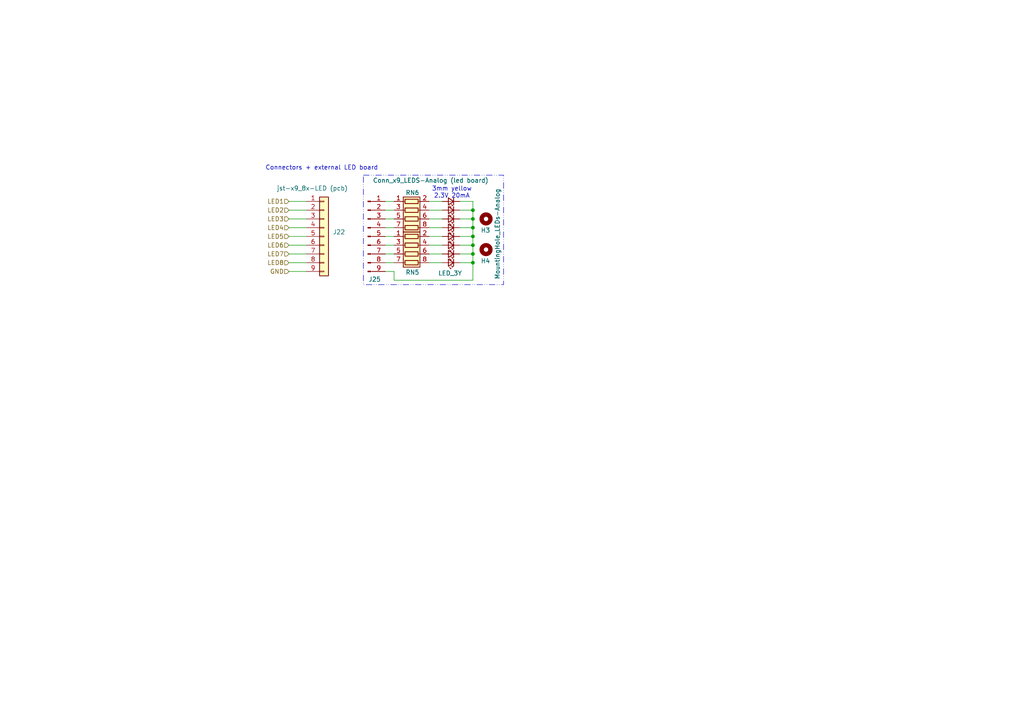
<source format=kicad_sch>
(kicad_sch (version 20231120) (generator "eeschema") (generator_version "8.0")
  (paper "A4")
  (lib_symbols
    (symbol "Connector:Conn_01x09_Pin" (pin_names (offset 1.016) hide)
      (property "Reference" "J" (at 0 12.7 0))
      (property "Value" "Conn_01x09_Pin" (at 0 -12.7 0))
      (symbol "Conn_01x09_Pin_1_1"
        (polyline (pts (xy 1.27 -10.16) (xy 0.8636 -10.16)) (stroke (width 0.1524)))
        (polyline (pts (xy 1.27 -7.62) (xy 0.8636 -7.62)) (stroke (width 0.1524)))
        (polyline (pts (xy 1.27 -5.08) (xy 0.8636 -5.08)) (stroke (width 0.1524)))
        (polyline (pts (xy 1.27 -2.54) (xy 0.8636 -2.54)) (stroke (width 0.1524)))
        (polyline (pts (xy 1.27 0) (xy 0.8636 0)) (stroke (width 0.1524)))
        (polyline (pts (xy 1.27 2.54) (xy 0.8636 2.54)) (stroke (width 0.1524)))
        (polyline (pts (xy 1.27 5.08) (xy 0.8636 5.08)) (stroke (width 0.1524)))
        (polyline (pts (xy 1.27 7.62) (xy 0.8636 7.62)) (stroke (width 0.1524)))
        (polyline (pts (xy 1.27 10.16) (xy 0.8636 10.16)) (stroke (width 0.1524)))
        (rectangle (start 0.8636 -10.033) (end 0 -10.287) (stroke (width 0.1524)) (fill (type outline)))
        (rectangle (start 0.8636 -7.493) (end 0 -7.747) (stroke (width 0.1524)) (fill (type outline)))
        (rectangle (start 0.8636 -4.953) (end 0 -5.207) (stroke (width 0.1524)) (fill (type outline)))
        (rectangle (start 0.8636 -2.413) (end 0 -2.667) (stroke (width 0.1524)) (fill (type outline)))
        (rectangle (start 0.8636 0.127) (end 0 -0.127) (stroke (width 0.1524)) (fill (type outline)))
        (rectangle (start 0.8636 2.667) (end 0 2.413) (stroke (width 0.1524)) (fill (type outline)))
        (rectangle (start 0.8636 5.207) (end 0 4.953) (stroke (width 0.1524)) (fill (type outline)))
        (rectangle (start 0.8636 7.747) (end 0 7.493) (stroke (width 0.1524)) (fill (type outline)))
        (rectangle (start 0.8636 10.287) (end 0 10.033) (stroke (width 0.1524)) (fill (type outline)))
        (pin passive line (at 5.08 10.16 180) (length 3.81) (name "Pin_1") (number "1"))
        (pin passive line (at 5.08 7.62 180) (length 3.81) (name "Pin_2") (number "2"))
        (pin passive line (at 5.08 5.08 180) (length 3.81) (name "Pin_3") (number "3"))
        (pin passive line (at 5.08 2.54 180) (length 3.81) (name "Pin_4") (number "4"))
        (pin passive line (at 5.08 0 180) (length 3.81) (name "Pin_5") (number "5"))
        (pin passive line (at 5.08 -2.54 180) (length 3.81) (name "Pin_6") (number "6"))
        (pin passive line (at 5.08 -5.08 180) (length 3.81) (name "Pin_7") (number "7"))
        (pin passive line (at 5.08 -7.62 180) (length 3.81) (name "Pin_8") (number "8"))
        (pin passive line (at 5.08 -10.16 180) (length 3.81) (name "Pin_9") (number "9"))
      )
    )
    (symbol "Connector_Generic:Conn_01x09" (pin_names (offset 1.016) hide)
      (property "Reference" "J" (at 0 12.7 0))
      (property "Value" "Conn_01x09" (at 0 -12.7 0))
      (symbol "Conn_01x09_1_1"
        (rectangle (start -1.27 -10.033) (end 0 -10.287) (stroke (width 0.1524)))
        (rectangle (start -1.27 -7.493) (end 0 -7.747) (stroke (width 0.1524)))
        (rectangle (start -1.27 -4.953) (end 0 -5.207) (stroke (width 0.1524)))
        (rectangle (start -1.27 -2.413) (end 0 -2.667) (stroke (width 0.1524)))
        (rectangle (start -1.27 0.127) (end 0 -0.127) (stroke (width 0.1524)))
        (rectangle (start -1.27 2.667) (end 0 2.413) (stroke (width 0.1524)))
        (rectangle (start -1.27 5.207) (end 0 4.953) (stroke (width 0.1524)))
        (rectangle (start -1.27 7.747) (end 0 7.493) (stroke (width 0.1524)))
        (rectangle (start -1.27 10.287) (end 0 10.033) (stroke (width 0.1524)))
        (rectangle (start -1.27 11.43) (end 1.27 -11.43) (stroke (width 0.254)) (fill (type background)))
        (pin passive line (at -5.08 10.16 0) (length 3.81) (name "Pin_1") (number "1"))
        (pin passive line (at -5.08 7.62 0) (length 3.81) (name "Pin_2") (number "2"))
        (pin passive line (at -5.08 5.08 0) (length 3.81) (name "Pin_3") (number "3"))
        (pin passive line (at -5.08 2.54 0) (length 3.81) (name "Pin_4") (number "4"))
        (pin passive line (at -5.08 0 0) (length 3.81) (name "Pin_5") (number "5"))
        (pin passive line (at -5.08 -2.54 0) (length 3.81) (name "Pin_6") (number "6"))
        (pin passive line (at -5.08 -5.08 0) (length 3.81) (name "Pin_7") (number "7"))
        (pin passive line (at -5.08 -7.62 0) (length 3.81) (name "Pin_8") (number "8"))
        (pin passive line (at -5.08 -10.16 0) (length 3.81) (name "Pin_9") (number "9"))
      )
    )
    (symbol "Device:LED_Small" (pin_numbers hide) (pin_names (offset 0.254) hide)
      (property "Reference" "D" (at -1.27 3.175 0))
      (property "Value" "LED_Small" (at -4.445 -2.54 0))
      (symbol "LED_Small_0_1"
        (polyline (pts (xy -0.762 -1.016) (xy -0.762 1.016)) (stroke (width 0.254)))
        (polyline (pts (xy 1.016 0) (xy -0.762 0)))
        (polyline (pts (xy 0.762 -1.016) (xy -0.762 0) (xy 0.762 1.016) (xy 0.762 -1.016)) (stroke (width 0.254)))
        (polyline (pts (xy 0 0.762) (xy -0.508 1.27) (xy -0.254 1.27) (xy -0.508 1.27) (xy -0.508 1.016)))
        (polyline (pts (xy 0.508 1.27) (xy 0 1.778) (xy 0.254 1.778) (xy 0 1.778) (xy 0 1.524)))
      )
      (symbol "LED_Small_1_1"
        (pin passive line (at -2.54 0 0) (length 1.778) (name "K") (number "1"))
        (pin passive line (at 2.54 0 180) (length 1.778) (name "A") (number "2"))
      )
    )
    (symbol "Mechanical:MountingHole" (pin_names (offset 1.016)) (exclude_from_sim yes) (in_bom no)
      (property "Reference" "H" (at 0 5.08 0))
      (property "Value" "MountingHole" (at 0 3.175 0))
      (symbol "MountingHole_0_1"
        (circle (center 0 0) (radius 1.27) (stroke (width 1.27)))
      )
    )
    (symbol "custom-symbols:R_Pack04-Parallel-SIL" (pin_names (offset 0) hide)
      (property "Reference" "RN" (at -7.62 0 90))
      (property "Value" "R_Pack04-Parallel-SIL" (at 5.08 0 90))
      (symbol "R_Pack04-Parallel-SIL_0_1"
        (rectangle (start -6.35 -2.413) (end 3.81 2.413) (stroke (width 0.254)) (fill (type background)))
        (rectangle (start -5.715 1.905) (end -4.445 -1.905) (stroke (width 0.254)))
        (rectangle (start -3.175 1.905) (end -1.905 -1.905) (stroke (width 0.254)))
        (rectangle (start -0.635 1.905) (end 0.635 -1.905) (stroke (width 0.254)))
        (polyline (pts (xy -5.08 -2.54) (xy -5.08 -1.905)))
        (polyline (pts (xy -5.08 1.905) (xy -5.08 2.54)))
        (polyline (pts (xy -2.54 -2.54) (xy -2.54 -1.905)))
        (polyline (pts (xy -2.54 1.905) (xy -2.54 2.54)))
        (polyline (pts (xy 0 -2.54) (xy 0 -1.905)))
        (polyline (pts (xy 0 1.905) (xy 0 2.54)))
        (polyline (pts (xy 2.54 -2.54) (xy 2.54 -1.905)))
        (polyline (pts (xy 2.54 1.905) (xy 2.54 2.54)))
        (rectangle (start 1.905 1.905) (end 3.175 -1.905) (stroke (width 0.254)))
      )
      (symbol "R_Pack04-Parallel-SIL_1_1"
        (pin passive line (at -5.08 -5.08 90) (length 2.54) (name "R1.1") (number "1"))
        (pin passive line (at -5.08 5.08 270) (length 2.54) (name "R1.2") (number "2"))
        (pin passive line (at -2.54 -5.08 90) (length 2.54) (name "R2.1") (number "3"))
        (pin passive line (at -2.54 5.08 270) (length 2.54) (name "R2.2") (number "4"))
        (pin passive line (at 0 -5.08 90) (length 2.54) (name "R3.1") (number "5"))
        (pin passive line (at 0 5.08 270) (length 2.54) (name "R3.2") (number "6"))
        (pin passive line (at 2.54 -5.08 90) (length 2.54) (name "R4.1") (number "7"))
        (pin passive line (at 2.54 5.08 270) (length 2.54) (name "R4.2") (number "8"))
      )
    )
  )
  (junction (at 137.16 71.12))
  (junction (at 137.16 60.96))
  (junction (at 137.16 73.66))
  (junction (at 137.16 68.58))
  (junction (at 137.16 63.5))
  (junction (at 137.16 76.2))
  (junction (at 137.16 66.04))
  (wire (pts (xy 124.46 63.5) (xy 128.27 63.5)))
  (wire (pts (xy 124.46 73.66) (xy 128.27 73.66)))
  (wire (pts (xy 111.76 76.2) (xy 114.3 76.2)))
  (wire (pts (xy 114.3 78.74) (xy 111.76 78.74)))
  (wire (pts (xy 124.46 71.12) (xy 128.27 71.12)))
  (wire (pts (xy 83.82 66.04) (xy 88.9 66.04)))
  (wire (pts (xy 124.46 60.96) (xy 128.27 60.96)))
  (wire (pts (xy 111.76 71.12) (xy 114.3 71.12)))
  (wire (pts (xy 137.16 73.66) (xy 137.16 71.12)))
  (wire (pts (xy 137.16 68.58) (xy 137.16 66.04)))
  (wire (pts (xy 124.46 68.58) (xy 128.27 68.58)))
  (wire (pts (xy 137.16 60.96) (xy 137.16 58.42)))
  (wire (pts (xy 137.16 66.04) (xy 137.16 63.5)))
  (wire (pts (xy 133.35 66.04) (xy 137.16 66.04)))
  (wire (pts (xy 133.35 71.12) (xy 137.16 71.12)))
  (wire (pts (xy 83.82 63.5) (xy 88.9 63.5)))
  (wire (pts (xy 137.16 76.2) (xy 137.16 73.66)))
  (wire (pts (xy 133.35 60.96) (xy 137.16 60.96)))
  (wire (pts (xy 111.76 58.42) (xy 114.3 58.42)))
  (wire (pts (xy 83.82 73.66) (xy 88.9 73.66)))
  (wire (pts (xy 111.76 73.66) (xy 114.3 73.66)))
  (wire (pts (xy 124.46 76.2) (xy 128.27 76.2)))
  (wire (pts (xy 111.76 60.96) (xy 114.3 60.96)))
  (wire (pts (xy 137.16 71.12) (xy 137.16 68.58)))
  (wire (pts (xy 111.76 66.04) (xy 114.3 66.04)))
  (wire (pts (xy 83.82 76.2) (xy 88.9 76.2)))
  (wire (pts (xy 83.82 68.58) (xy 88.9 68.58)))
  (wire (pts (xy 137.16 58.42) (xy 133.35 58.42)))
  (wire (pts (xy 124.46 58.42) (xy 128.27 58.42)))
  (wire (pts (xy 83.82 78.74) (xy 88.9 78.74)))
  (wire (pts (xy 133.35 76.2) (xy 137.16 76.2)))
  (wire (pts (xy 83.82 60.96) (xy 88.9 60.96)))
  (wire (pts (xy 133.35 63.5) (xy 137.16 63.5)))
  (wire (pts (xy 137.16 76.2) (xy 137.16 81.28)))
  (wire (pts (xy 133.35 68.58) (xy 137.16 68.58)))
  (wire (pts (xy 83.82 58.42) (xy 88.9 58.42)))
  (wire (pts (xy 111.76 68.58) (xy 114.3 68.58)))
  (wire (pts (xy 133.35 73.66) (xy 137.16 73.66)))
  (wire (pts (xy 83.82 71.12) (xy 88.9 71.12)))
  (wire (pts (xy 137.16 63.5) (xy 137.16 60.96)))
  (wire (pts (xy 111.76 63.5) (xy 114.3 63.5)))
  (wire (pts (xy 137.16 81.28) (xy 114.3 81.28)))
  (wire (pts (xy 114.3 81.28) (xy 114.3 78.74)))
  (wire (pts (xy 124.46 66.04) (xy 128.27 66.04)))
  (rectangle (start 105.41 50.8) (end 146.05 82.55) (stroke (width 0) (type dash_dot_dot)))
  (text "3mm yellow\n2.3V 20mA" (at 131.064 55.88 0) (effects (font (size 1.27 1.27))))
  (text "Connectors + external LED board" (at 76.962 48.768 0) (effects (font (size 1.27 1.27)) (justify left)))
  (hierarchical_label "LED8" (shape input) (at 83.82 76.2 180))
  (hierarchical_label "LED4" (shape input) (at 83.82 66.04 180))
  (hierarchical_label "GND" (shape input) (at 83.82 78.74 180))
  (hierarchical_label "LED5" (shape input) (at 83.82 68.58 180))
  (hierarchical_label "LED6" (shape input) (at 83.82 71.12 180))
  (hierarchical_label "LED2" (shape input) (at 83.82 60.96 180))
  (hierarchical_label "LED7" (shape input) (at 83.82 73.66 180))
  (hierarchical_label "LED3" (shape input) (at 83.82 63.5 180))
  (hierarchical_label "LED1" (shape input) (at 83.82 58.42 180))
  (symbol (lib_id "Device:LED_Small") (at 130.81 60.96 180) (unit 1)
    (property "Reference" "D8" (effects (hide yes)))
    (property "Value" "LED_3Y" (effects (hide yes)))
    (property "Footprint" "LED_THT:LED_D3.0mm_IRGrey" (effects (hide yes)))
    (property "Description" "Light emitting diode, small symbol" (effects (hide yes)))
  )
  (symbol (lib_id "custom-symbols:R_Pack04-Parallel-SIL") (at 119.38 73.66 270) (unit 1)
    (property "Reference" "RN6" (at 119.634 55.88 90))
    (property "Value" "R_Pack04_47R" (effects (hide yes)))
    (property "Footprint" "Resistor_THT:R_Array_SIP8" (effects (hide yes)))
    (property "Description" "4 resistor network, parallel topology" (effects (hide yes)))
  )
  (symbol (lib_id "Mechanical:MountingHole") (at 140.97 72.39 0) (unit 1) (exclude_from_sim yes) (in_bom no)
    (property "Reference" "H4" (at 139.446 75.692 0) (effects (justify left)))
    (property "Value" "MountingHole_LEDs-Analog" (effects (hide yes)))
    (property "Footprint" "MountingHole:MountingHole_2mm" (effects (hide yes)))
    (property "Description" "Mounting Hole without connection" (effects (hide yes)))
  )
  (symbol (lib_id "Device:LED_Small") (at 130.81 63.5 180) (unit 1)
    (property "Reference" "D10" (effects (hide yes)))
    (property "Value" "LED_3Y" (effects (hide yes)))
    (property "Footprint" "LED_THT:LED_D3.0mm_IRGrey" (effects (hide yes)))
    (property "Description" "Light emitting diode, small symbol" (effects (hide yes)))
  )
  (symbol (lib_id "Device:LED_Small") (at 130.81 68.58 180) (unit 1)
    (property "Reference" "D17" (effects (hide yes)))
    (property "Value" "LED_3Y" (effects (hide yes)))
    (property "Footprint" "LED_THT:LED_D3.0mm_IRGrey" (effects (hide yes)))
    (property "Description" "Light emitting diode, small symbol" (effects (hide yes)))
  )
  (symbol (lib_id "Mechanical:MountingHole") (at 140.97 63.5 0) (unit 1) (exclude_from_sim yes) (in_bom no)
    (property "Reference" "H3" (at 139.446 66.802 0) (effects (justify left)))
    (property "Value" "MountingHole_LEDs-Analog" (at 144.272 81.026 90) (effects (justify left)))
    (property "Footprint" "MountingHole:MountingHole_2mm" (effects (hide yes)))
    (property "Description" "Mounting Hole without connection" (effects (hide yes)))
  )
  (symbol (lib_id "Connector:Conn_01x09_Pin") (at 106.68 68.58 0) (unit 1)
    (property "Reference" "J25" (at 110.49 81.026 0) (effects (justify right)))
    (property "Value" "Conn_x9_LEDS-Analog (led board)" (at 141.732 52.324 0) (effects (justify right)))
    (property "Footprint" "Connector_PinHeader_2.54mm:PinHeader_1x09_P2.54mm_Vertical" (effects (hide yes)))
    (property "Description" "Generic connector, single row, 01x09, script generated" (effects (hide yes)))
  )
  (symbol (lib_id "Device:LED_Small") (at 130.81 76.2 180) (unit 1)
    (property "Reference" "D27" (effects (hide yes)))
    (property "Value" "LED_3Y" (at 130.556 79.248 0))
    (property "Footprint" "LED_THT:LED_D3.0mm_IRGrey" (effects (hide yes)))
    (property "Description" "Light emitting diode, small symbol" (effects (hide yes)))
  )
  (symbol (lib_id "Connector_Generic:Conn_01x09") (at 93.98 68.58 0) (unit 1)
    (property "Reference" "J22" (at 96.52 67.3099 0) (effects (justify left)))
    (property "Value" "jst-x9_8x-LED (pcb)" (at 80.264 54.61 0) (effects (justify left)))
    (property "Footprint" "Connector_JST:JST_XH_B9B-XH-A_1x09_P2.50mm_Vertical" (effects (hide yes)))
    (property "Description" "Generic connector, single row, 01x09, script generated (kicad-library-utils/schlib/autogen/connector/)" (effects (hide yes)))
  )
  (symbol (lib_id "Device:LED_Small") (at 130.81 66.04 180) (unit 1)
    (property "Reference" "D15" (effects (hide yes)))
    (property "Value" "LED_3Y" (effects (hide yes)))
    (property "Footprint" "LED_THT:LED_D3.0mm_IRGrey" (effects (hide yes)))
    (property "Description" "Light emitting diode, small symbol" (effects (hide yes)))
  )
  (symbol (lib_id "Device:LED_Small") (at 130.81 73.66 180) (unit 1)
    (property "Reference" "D26" (effects (hide yes)))
    (property "Value" "LED_3Y" (effects (hide yes)))
    (property "Footprint" "LED_THT:LED_D3.0mm_IRGrey" (effects (hide yes)))
    (property "Description" "Light emitting diode, small symbol" (effects (hide yes)))
  )
  (symbol (lib_id "Device:LED_Small") (at 130.81 58.42 180) (unit 1)
    (property "Reference" "D7" (effects (hide yes)))
    (property "Value" "LED_3Y" (effects (hide yes)))
    (property "Footprint" "LED_THT:LED_D3.0mm_IRGrey" (effects (hide yes)))
    (property "Description" "Light emitting diode, small symbol" (effects (hide yes)))
  )
  (symbol (lib_id "custom-symbols:R_Pack04-Parallel-SIL") (at 119.38 63.5 270) (unit 1)
    (property "Reference" "RN5" (at 119.634 78.994 90))
    (property "Value" "R_Pack04_47R" (effects (hide yes)))
    (property "Footprint" "Resistor_THT:R_Array_SIP8" (effects (hide yes)))
    (property "Description" "4 resistor network, parallel topology" (effects (hide yes)))
  )
  (symbol (lib_id "Device:LED_Small") (at 130.81 71.12 180) (unit 1)
    (property "Reference" "D23" (effects (hide yes)))
    (property "Value" "LED_3Y" (effects (hide yes)))
    (property "Footprint" "LED_THT:LED_D3.0mm_IRGrey" (effects (hide yes)))
    (property "Description" "Light emitting diode, small symbol" (effects (hide yes)))
  )
)
</source>
